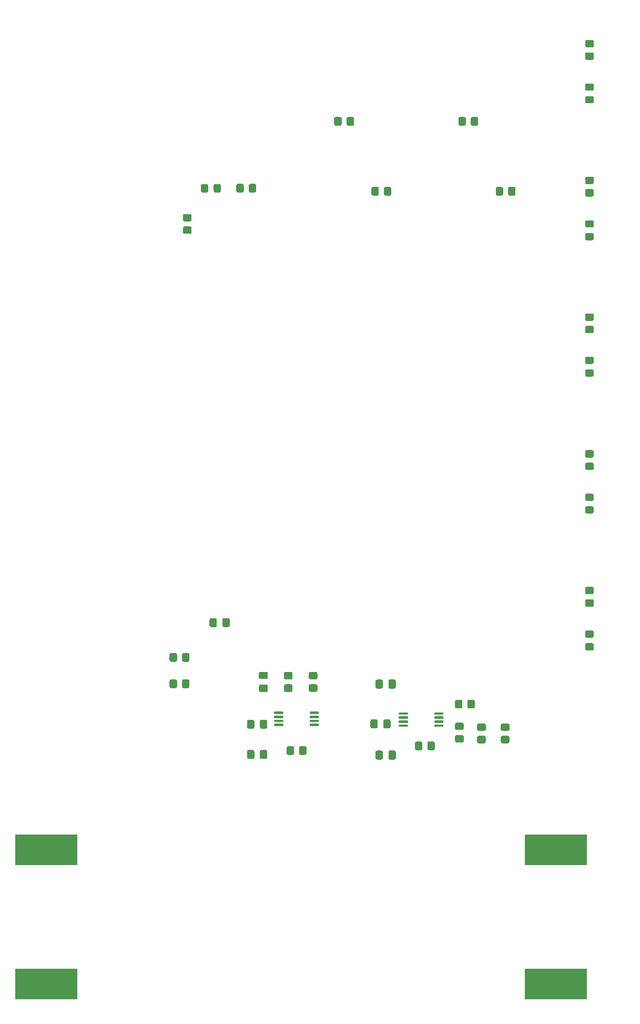
<source format=gbr>
G04 #@! TF.GenerationSoftware,KiCad,Pcbnew,(5.1.7)-1*
G04 #@! TF.CreationDate,2022-01-29T11:48:53-05:00*
G04 #@! TF.ProjectId,REV2_SPRING_2022,52455632-5f53-4505-9249-4e475f323032,rev?*
G04 #@! TF.SameCoordinates,Original*
G04 #@! TF.FileFunction,Paste,Top*
G04 #@! TF.FilePolarity,Positive*
%FSLAX46Y46*%
G04 Gerber Fmt 4.6, Leading zero omitted, Abs format (unit mm)*
G04 Created by KiCad (PCBNEW (5.1.7)-1) date 2022-01-29 11:48:53*
%MOMM*%
%LPD*%
G01*
G04 APERTURE LIST*
%ADD10R,10.000000X5.000000*%
G04 APERTURE END LIST*
G36*
G01*
X101662000Y-81819999D02*
X101662000Y-82720001D01*
G75*
G02*
X101412001Y-82970000I-249999J0D01*
G01*
X100761999Y-82970000D01*
G75*
G02*
X100512000Y-82720001I0J249999D01*
G01*
X100512000Y-81819999D01*
G75*
G02*
X100761999Y-81570000I249999J0D01*
G01*
X101412001Y-81570000D01*
G75*
G02*
X101662000Y-81819999I0J-249999D01*
G01*
G37*
G36*
G01*
X99612000Y-81819999D02*
X99612000Y-82720001D01*
G75*
G02*
X99362001Y-82970000I-249999J0D01*
G01*
X98711999Y-82970000D01*
G75*
G02*
X98462000Y-82720001I0J249999D01*
G01*
X98462000Y-81819999D01*
G75*
G02*
X98711999Y-81570000I249999J0D01*
G01*
X99362001Y-81570000D01*
G75*
G02*
X99612000Y-81819999I0J-249999D01*
G01*
G37*
D10*
X73555000Y-210310000D03*
X155555000Y-210310000D03*
X73555000Y-188720000D03*
X155555000Y-188720000D03*
G36*
G01*
X109120000Y-172888000D02*
X109120000Y-173838000D01*
G75*
G02*
X108870000Y-174088000I-250000J0D01*
G01*
X108195000Y-174088000D01*
G75*
G02*
X107945000Y-173838000I0J250000D01*
G01*
X107945000Y-172888000D01*
G75*
G02*
X108195000Y-172638000I250000J0D01*
G01*
X108870000Y-172638000D01*
G75*
G02*
X109120000Y-172888000I0J-250000D01*
G01*
G37*
G36*
G01*
X107045000Y-172888000D02*
X107045000Y-173838000D01*
G75*
G02*
X106795000Y-174088000I-250000J0D01*
G01*
X106120000Y-174088000D01*
G75*
G02*
X105870000Y-173838000I0J250000D01*
G01*
X105870000Y-172888000D01*
G75*
G02*
X106120000Y-172638000I250000J0D01*
G01*
X106795000Y-172638000D01*
G75*
G02*
X107045000Y-172888000I0J-250000D01*
G01*
G37*
G36*
G01*
X108986000Y-161229000D02*
X108036000Y-161229000D01*
G75*
G02*
X107786000Y-160979000I0J250000D01*
G01*
X107786000Y-160304000D01*
G75*
G02*
X108036000Y-160054000I250000J0D01*
G01*
X108986000Y-160054000D01*
G75*
G02*
X109236000Y-160304000I0J-250000D01*
G01*
X109236000Y-160979000D01*
G75*
G02*
X108986000Y-161229000I-250000J0D01*
G01*
G37*
G36*
G01*
X108986000Y-163304000D02*
X108036000Y-163304000D01*
G75*
G02*
X107786000Y-163054000I0J250000D01*
G01*
X107786000Y-162379000D01*
G75*
G02*
X108036000Y-162129000I250000J0D01*
G01*
X108986000Y-162129000D01*
G75*
G02*
X109236000Y-162379000I0J-250000D01*
G01*
X109236000Y-163054000D01*
G75*
G02*
X108986000Y-163304000I-250000J0D01*
G01*
G37*
G36*
G01*
X109125000Y-168025000D02*
X109125000Y-168975000D01*
G75*
G02*
X108875000Y-169225000I-250000J0D01*
G01*
X108200000Y-169225000D01*
G75*
G02*
X107950000Y-168975000I0J250000D01*
G01*
X107950000Y-168025000D01*
G75*
G02*
X108200000Y-167775000I250000J0D01*
G01*
X108875000Y-167775000D01*
G75*
G02*
X109125000Y-168025000I0J-250000D01*
G01*
G37*
G36*
G01*
X107050000Y-168025000D02*
X107050000Y-168975000D01*
G75*
G02*
X106800000Y-169225000I-250000J0D01*
G01*
X106125000Y-169225000D01*
G75*
G02*
X105875000Y-168975000I0J250000D01*
G01*
X105875000Y-168025000D01*
G75*
G02*
X106125000Y-167775000I250000J0D01*
G01*
X106800000Y-167775000D01*
G75*
G02*
X107050000Y-168025000I0J-250000D01*
G01*
G37*
G36*
G01*
X129812500Y-172991500D02*
X129812500Y-173941500D01*
G75*
G02*
X129562500Y-174191500I-250000J0D01*
G01*
X128887500Y-174191500D01*
G75*
G02*
X128637500Y-173941500I0J250000D01*
G01*
X128637500Y-172991500D01*
G75*
G02*
X128887500Y-172741500I250000J0D01*
G01*
X129562500Y-172741500D01*
G75*
G02*
X129812500Y-172991500I0J-250000D01*
G01*
G37*
G36*
G01*
X127737500Y-172991500D02*
X127737500Y-173941500D01*
G75*
G02*
X127487500Y-174191500I-250000J0D01*
G01*
X126812500Y-174191500D01*
G75*
G02*
X126562500Y-173941500I0J250000D01*
G01*
X126562500Y-172991500D01*
G75*
G02*
X126812500Y-172741500I250000J0D01*
G01*
X127487500Y-172741500D01*
G75*
G02*
X127737500Y-172991500I0J-250000D01*
G01*
G37*
G36*
G01*
X127737500Y-161561500D02*
X127737500Y-162511500D01*
G75*
G02*
X127487500Y-162761500I-250000J0D01*
G01*
X126812500Y-162761500D01*
G75*
G02*
X126562500Y-162511500I0J250000D01*
G01*
X126562500Y-161561500D01*
G75*
G02*
X126812500Y-161311500I250000J0D01*
G01*
X127487500Y-161311500D01*
G75*
G02*
X127737500Y-161561500I0J-250000D01*
G01*
G37*
G36*
G01*
X129812500Y-161561500D02*
X129812500Y-162511500D01*
G75*
G02*
X129562500Y-162761500I-250000J0D01*
G01*
X128887500Y-162761500D01*
G75*
G02*
X128637500Y-162511500I0J250000D01*
G01*
X128637500Y-161561500D01*
G75*
G02*
X128887500Y-161311500I250000J0D01*
G01*
X129562500Y-161311500D01*
G75*
G02*
X129812500Y-161561500I0J-250000D01*
G01*
G37*
G36*
G01*
X126912000Y-167975000D02*
X126912000Y-168925000D01*
G75*
G02*
X126662000Y-169175000I-250000J0D01*
G01*
X125987000Y-169175000D01*
G75*
G02*
X125737000Y-168925000I0J250000D01*
G01*
X125737000Y-167975000D01*
G75*
G02*
X125987000Y-167725000I250000J0D01*
G01*
X126662000Y-167725000D01*
G75*
G02*
X126912000Y-167975000I0J-250000D01*
G01*
G37*
G36*
G01*
X128987000Y-167975000D02*
X128987000Y-168925000D01*
G75*
G02*
X128737000Y-169175000I-250000J0D01*
G01*
X128062000Y-169175000D01*
G75*
G02*
X127812000Y-168925000I0J250000D01*
G01*
X127812000Y-167975000D01*
G75*
G02*
X128062000Y-167725000I250000J0D01*
G01*
X128737000Y-167725000D01*
G75*
G02*
X128987000Y-167975000I0J-250000D01*
G01*
G37*
G36*
G01*
X140512001Y-171447000D02*
X139611999Y-171447000D01*
G75*
G02*
X139362000Y-171197001I0J249999D01*
G01*
X139362000Y-170496999D01*
G75*
G02*
X139611999Y-170247000I249999J0D01*
G01*
X140512001Y-170247000D01*
G75*
G02*
X140762000Y-170496999I0J-249999D01*
G01*
X140762000Y-171197001D01*
G75*
G02*
X140512001Y-171447000I-249999J0D01*
G01*
G37*
G36*
G01*
X140512001Y-169447000D02*
X139611999Y-169447000D01*
G75*
G02*
X139362000Y-169197001I0J249999D01*
G01*
X139362000Y-168496999D01*
G75*
G02*
X139611999Y-168247000I249999J0D01*
G01*
X140512001Y-168247000D01*
G75*
G02*
X140762000Y-168496999I0J-249999D01*
G01*
X140762000Y-169197001D01*
G75*
G02*
X140512001Y-169447000I-249999J0D01*
G01*
G37*
G36*
G01*
X143167999Y-170374000D02*
X144068001Y-170374000D01*
G75*
G02*
X144318000Y-170623999I0J-249999D01*
G01*
X144318000Y-171324001D01*
G75*
G02*
X144068001Y-171574000I-249999J0D01*
G01*
X143167999Y-171574000D01*
G75*
G02*
X142918000Y-171324001I0J249999D01*
G01*
X142918000Y-170623999D01*
G75*
G02*
X143167999Y-170374000I249999J0D01*
G01*
G37*
G36*
G01*
X143167999Y-168374000D02*
X144068001Y-168374000D01*
G75*
G02*
X144318000Y-168623999I0J-249999D01*
G01*
X144318000Y-169324001D01*
G75*
G02*
X144068001Y-169574000I-249999J0D01*
G01*
X143167999Y-169574000D01*
G75*
G02*
X142918000Y-169324001I0J249999D01*
G01*
X142918000Y-168623999D01*
G75*
G02*
X143167999Y-168374000I249999J0D01*
G01*
G37*
G36*
G01*
X147100000Y-82299999D02*
X147100000Y-83200001D01*
G75*
G02*
X146850001Y-83450000I-249999J0D01*
G01*
X146149999Y-83450000D01*
G75*
G02*
X145900000Y-83200001I0J249999D01*
G01*
X145900000Y-82299999D01*
G75*
G02*
X146149999Y-82050000I249999J0D01*
G01*
X146850001Y-82050000D01*
G75*
G02*
X147100000Y-82299999I0J-249999D01*
G01*
G37*
G36*
G01*
X149100000Y-82299999D02*
X149100000Y-83200001D01*
G75*
G02*
X148850001Y-83450000I-249999J0D01*
G01*
X148149999Y-83450000D01*
G75*
G02*
X147900000Y-83200001I0J249999D01*
G01*
X147900000Y-82299999D01*
G75*
G02*
X148149999Y-82050000I249999J0D01*
G01*
X148850001Y-82050000D01*
G75*
G02*
X149100000Y-82299999I0J-249999D01*
G01*
G37*
G36*
G01*
X116049999Y-162079000D02*
X116950001Y-162079000D01*
G75*
G02*
X117200000Y-162328999I0J-249999D01*
G01*
X117200000Y-163029001D01*
G75*
G02*
X116950001Y-163279000I-249999J0D01*
G01*
X116049999Y-163279000D01*
G75*
G02*
X115800000Y-163029001I0J249999D01*
G01*
X115800000Y-162328999D01*
G75*
G02*
X116049999Y-162079000I249999J0D01*
G01*
G37*
G36*
G01*
X116049999Y-160079000D02*
X116950001Y-160079000D01*
G75*
G02*
X117200000Y-160328999I0J-249999D01*
G01*
X117200000Y-161029001D01*
G75*
G02*
X116950001Y-161279000I-249999J0D01*
G01*
X116049999Y-161279000D01*
G75*
G02*
X115800000Y-161029001I0J249999D01*
G01*
X115800000Y-160328999D01*
G75*
G02*
X116049999Y-160079000I249999J0D01*
G01*
G37*
G36*
G01*
X112245000Y-173178001D02*
X112245000Y-172277999D01*
G75*
G02*
X112494999Y-172028000I249999J0D01*
G01*
X113195001Y-172028000D01*
G75*
G02*
X113445000Y-172277999I0J-249999D01*
G01*
X113445000Y-173178001D01*
G75*
G02*
X113195001Y-173428000I-249999J0D01*
G01*
X112494999Y-173428000D01*
G75*
G02*
X112245000Y-173178001I0J249999D01*
G01*
G37*
G36*
G01*
X114245000Y-173178001D02*
X114245000Y-172277999D01*
G75*
G02*
X114494999Y-172028000I249999J0D01*
G01*
X115195001Y-172028000D01*
G75*
G02*
X115445000Y-172277999I0J-249999D01*
G01*
X115445000Y-173178001D01*
G75*
G02*
X115195001Y-173428000I-249999J0D01*
G01*
X114494999Y-173428000D01*
G75*
G02*
X114245000Y-173178001I0J249999D01*
G01*
G37*
G36*
G01*
X142551000Y-164824999D02*
X142551000Y-165725001D01*
G75*
G02*
X142301001Y-165975000I-249999J0D01*
G01*
X141600999Y-165975000D01*
G75*
G02*
X141351000Y-165725001I0J249999D01*
G01*
X141351000Y-164824999D01*
G75*
G02*
X141600999Y-164575000I249999J0D01*
G01*
X142301001Y-164575000D01*
G75*
G02*
X142551000Y-164824999I0J-249999D01*
G01*
G37*
G36*
G01*
X140551000Y-164824999D02*
X140551000Y-165725001D01*
G75*
G02*
X140301001Y-165975000I-249999J0D01*
G01*
X139600999Y-165975000D01*
G75*
G02*
X139351000Y-165725001I0J249999D01*
G01*
X139351000Y-164824999D01*
G75*
G02*
X139600999Y-164575000I249999J0D01*
G01*
X140301001Y-164575000D01*
G75*
G02*
X140551000Y-164824999I0J-249999D01*
G01*
G37*
G36*
G01*
X132900000Y-172450001D02*
X132900000Y-171549999D01*
G75*
G02*
X133149999Y-171300000I249999J0D01*
G01*
X133850001Y-171300000D01*
G75*
G02*
X134100000Y-171549999I0J-249999D01*
G01*
X134100000Y-172450001D01*
G75*
G02*
X133850001Y-172700000I-249999J0D01*
G01*
X133149999Y-172700000D01*
G75*
G02*
X132900000Y-172450001I0J249999D01*
G01*
G37*
G36*
G01*
X134900000Y-172450001D02*
X134900000Y-171549999D01*
G75*
G02*
X135149999Y-171300000I249999J0D01*
G01*
X135850001Y-171300000D01*
G75*
G02*
X136100000Y-171549999I0J-249999D01*
G01*
X136100000Y-172450001D01*
G75*
G02*
X135850001Y-172700000I-249999J0D01*
G01*
X135149999Y-172700000D01*
G75*
G02*
X134900000Y-172450001I0J249999D01*
G01*
G37*
G36*
G01*
X160549999Y-133450000D02*
X161450001Y-133450000D01*
G75*
G02*
X161700000Y-133699999I0J-249999D01*
G01*
X161700000Y-134350001D01*
G75*
G02*
X161450001Y-134600000I-249999J0D01*
G01*
X160549999Y-134600000D01*
G75*
G02*
X160300000Y-134350001I0J249999D01*
G01*
X160300000Y-133699999D01*
G75*
G02*
X160549999Y-133450000I249999J0D01*
G01*
G37*
G36*
G01*
X160549999Y-131400000D02*
X161450001Y-131400000D01*
G75*
G02*
X161700000Y-131649999I0J-249999D01*
G01*
X161700000Y-132300001D01*
G75*
G02*
X161450001Y-132550000I-249999J0D01*
G01*
X160549999Y-132550000D01*
G75*
G02*
X160300000Y-132300001I0J249999D01*
G01*
X160300000Y-131649999D01*
G75*
G02*
X160549999Y-131400000I249999J0D01*
G01*
G37*
G36*
G01*
X160549999Y-109375000D02*
X161450001Y-109375000D01*
G75*
G02*
X161700000Y-109624999I0J-249999D01*
G01*
X161700000Y-110275001D01*
G75*
G02*
X161450001Y-110525000I-249999J0D01*
G01*
X160549999Y-110525000D01*
G75*
G02*
X160300000Y-110275001I0J249999D01*
G01*
X160300000Y-109624999D01*
G75*
G02*
X160549999Y-109375000I249999J0D01*
G01*
G37*
G36*
G01*
X160549999Y-111425000D02*
X161450001Y-111425000D01*
G75*
G02*
X161700000Y-111674999I0J-249999D01*
G01*
X161700000Y-112325001D01*
G75*
G02*
X161450001Y-112575000I-249999J0D01*
G01*
X160549999Y-112575000D01*
G75*
G02*
X160300000Y-112325001I0J249999D01*
G01*
X160300000Y-111674999D01*
G75*
G02*
X160549999Y-111425000I249999J0D01*
G01*
G37*
G36*
G01*
X160549999Y-87425000D02*
X161450001Y-87425000D01*
G75*
G02*
X161700000Y-87674999I0J-249999D01*
G01*
X161700000Y-88325001D01*
G75*
G02*
X161450001Y-88575000I-249999J0D01*
G01*
X160549999Y-88575000D01*
G75*
G02*
X160300000Y-88325001I0J249999D01*
G01*
X160300000Y-87674999D01*
G75*
G02*
X160549999Y-87425000I249999J0D01*
G01*
G37*
G36*
G01*
X160549999Y-89475000D02*
X161450001Y-89475000D01*
G75*
G02*
X161700000Y-89724999I0J-249999D01*
G01*
X161700000Y-90375001D01*
G75*
G02*
X161450001Y-90625000I-249999J0D01*
G01*
X160549999Y-90625000D01*
G75*
G02*
X160300000Y-90375001I0J249999D01*
G01*
X160300000Y-89724999D01*
G75*
G02*
X160549999Y-89475000I249999J0D01*
G01*
G37*
G36*
G01*
X160549999Y-67450000D02*
X161450001Y-67450000D01*
G75*
G02*
X161700000Y-67699999I0J-249999D01*
G01*
X161700000Y-68350001D01*
G75*
G02*
X161450001Y-68600000I-249999J0D01*
G01*
X160549999Y-68600000D01*
G75*
G02*
X160300000Y-68350001I0J249999D01*
G01*
X160300000Y-67699999D01*
G75*
G02*
X160549999Y-67450000I249999J0D01*
G01*
G37*
G36*
G01*
X160549999Y-65400000D02*
X161450001Y-65400000D01*
G75*
G02*
X161700000Y-65649999I0J-249999D01*
G01*
X161700000Y-66300001D01*
G75*
G02*
X161450001Y-66550000I-249999J0D01*
G01*
X160549999Y-66550000D01*
G75*
G02*
X160300000Y-66300001I0J249999D01*
G01*
X160300000Y-65649999D01*
G75*
G02*
X160549999Y-65400000I249999J0D01*
G01*
G37*
G36*
G01*
X161450001Y-127600000D02*
X160549999Y-127600000D01*
G75*
G02*
X160300000Y-127350001I0J249999D01*
G01*
X160300000Y-126649999D01*
G75*
G02*
X160549999Y-126400000I249999J0D01*
G01*
X161450001Y-126400000D01*
G75*
G02*
X161700000Y-126649999I0J-249999D01*
G01*
X161700000Y-127350001D01*
G75*
G02*
X161450001Y-127600000I-249999J0D01*
G01*
G37*
G36*
G01*
X161450001Y-125600000D02*
X160549999Y-125600000D01*
G75*
G02*
X160300000Y-125350001I0J249999D01*
G01*
X160300000Y-124649999D01*
G75*
G02*
X160549999Y-124400000I249999J0D01*
G01*
X161450001Y-124400000D01*
G75*
G02*
X161700000Y-124649999I0J-249999D01*
G01*
X161700000Y-125350001D01*
G75*
G02*
X161450001Y-125600000I-249999J0D01*
G01*
G37*
G36*
G01*
X161450001Y-103600000D02*
X160549999Y-103600000D01*
G75*
G02*
X160300000Y-103350001I0J249999D01*
G01*
X160300000Y-102649999D01*
G75*
G02*
X160549999Y-102400000I249999J0D01*
G01*
X161450001Y-102400000D01*
G75*
G02*
X161700000Y-102649999I0J-249999D01*
G01*
X161700000Y-103350001D01*
G75*
G02*
X161450001Y-103600000I-249999J0D01*
G01*
G37*
G36*
G01*
X161450001Y-105600000D02*
X160549999Y-105600000D01*
G75*
G02*
X160300000Y-105350001I0J249999D01*
G01*
X160300000Y-104649999D01*
G75*
G02*
X160549999Y-104400000I249999J0D01*
G01*
X161450001Y-104400000D01*
G75*
G02*
X161700000Y-104649999I0J-249999D01*
G01*
X161700000Y-105350001D01*
G75*
G02*
X161450001Y-105600000I-249999J0D01*
G01*
G37*
G36*
G01*
X161450001Y-83600000D02*
X160549999Y-83600000D01*
G75*
G02*
X160300000Y-83350001I0J249999D01*
G01*
X160300000Y-82649999D01*
G75*
G02*
X160549999Y-82400000I249999J0D01*
G01*
X161450001Y-82400000D01*
G75*
G02*
X161700000Y-82649999I0J-249999D01*
G01*
X161700000Y-83350001D01*
G75*
G02*
X161450001Y-83600000I-249999J0D01*
G01*
G37*
G36*
G01*
X161450001Y-81600000D02*
X160549999Y-81600000D01*
G75*
G02*
X160300000Y-81350001I0J249999D01*
G01*
X160300000Y-80649999D01*
G75*
G02*
X160549999Y-80400000I249999J0D01*
G01*
X161450001Y-80400000D01*
G75*
G02*
X161700000Y-80649999I0J-249999D01*
G01*
X161700000Y-81350001D01*
G75*
G02*
X161450001Y-81600000I-249999J0D01*
G01*
G37*
G36*
G01*
X161450001Y-61600000D02*
X160549999Y-61600000D01*
G75*
G02*
X160300000Y-61350001I0J249999D01*
G01*
X160300000Y-60649999D01*
G75*
G02*
X160549999Y-60400000I249999J0D01*
G01*
X161450001Y-60400000D01*
G75*
G02*
X161700000Y-60649999I0J-249999D01*
G01*
X161700000Y-61350001D01*
G75*
G02*
X161450001Y-61600000I-249999J0D01*
G01*
G37*
G36*
G01*
X161450001Y-59600000D02*
X160549999Y-59600000D01*
G75*
G02*
X160300000Y-59350001I0J249999D01*
G01*
X160300000Y-58649999D01*
G75*
G02*
X160549999Y-58400000I249999J0D01*
G01*
X161450001Y-58400000D01*
G75*
G02*
X161700000Y-58649999I0J-249999D01*
G01*
X161700000Y-59350001D01*
G75*
G02*
X161450001Y-59600000I-249999J0D01*
G01*
G37*
G36*
G01*
X106150000Y-82700001D02*
X106150000Y-81799999D01*
G75*
G02*
X106399999Y-81550000I249999J0D01*
G01*
X107100001Y-81550000D01*
G75*
G02*
X107350000Y-81799999I0J-249999D01*
G01*
X107350000Y-82700001D01*
G75*
G02*
X107100001Y-82950000I-249999J0D01*
G01*
X106399999Y-82950000D01*
G75*
G02*
X106150000Y-82700001I0J249999D01*
G01*
G37*
G36*
G01*
X104150000Y-82700001D02*
X104150000Y-81799999D01*
G75*
G02*
X104399999Y-81550000I249999J0D01*
G01*
X105100001Y-81550000D01*
G75*
G02*
X105350000Y-81799999I0J-249999D01*
G01*
X105350000Y-82700001D01*
G75*
G02*
X105100001Y-82950000I-249999J0D01*
G01*
X104399999Y-82950000D01*
G75*
G02*
X104150000Y-82700001I0J249999D01*
G01*
G37*
G36*
G01*
X103087500Y-151676000D02*
X103087500Y-152626000D01*
G75*
G02*
X102837500Y-152876000I-250000J0D01*
G01*
X102162500Y-152876000D01*
G75*
G02*
X101912500Y-152626000I0J250000D01*
G01*
X101912500Y-151676000D01*
G75*
G02*
X102162500Y-151426000I250000J0D01*
G01*
X102837500Y-151426000D01*
G75*
G02*
X103087500Y-151676000I0J-250000D01*
G01*
G37*
G36*
G01*
X101012500Y-151676000D02*
X101012500Y-152626000D01*
G75*
G02*
X100762500Y-152876000I-250000J0D01*
G01*
X100087500Y-152876000D01*
G75*
G02*
X99837500Y-152626000I0J250000D01*
G01*
X99837500Y-151676000D01*
G75*
G02*
X100087500Y-151426000I250000J0D01*
G01*
X100762500Y-151426000D01*
G75*
G02*
X101012500Y-151676000I0J-250000D01*
G01*
G37*
G36*
G01*
X129100000Y-82299999D02*
X129100000Y-83200001D01*
G75*
G02*
X128850001Y-83450000I-249999J0D01*
G01*
X128149999Y-83450000D01*
G75*
G02*
X127900000Y-83200001I0J249999D01*
G01*
X127900000Y-82299999D01*
G75*
G02*
X128149999Y-82050000I249999J0D01*
G01*
X128850001Y-82050000D01*
G75*
G02*
X129100000Y-82299999I0J-249999D01*
G01*
G37*
G36*
G01*
X127100000Y-82299999D02*
X127100000Y-83200001D01*
G75*
G02*
X126850001Y-83450000I-249999J0D01*
G01*
X126149999Y-83450000D01*
G75*
G02*
X125900000Y-83200001I0J249999D01*
G01*
X125900000Y-82299999D01*
G75*
G02*
X126149999Y-82050000I249999J0D01*
G01*
X126850001Y-82050000D01*
G75*
G02*
X127100000Y-82299999I0J-249999D01*
G01*
G37*
G36*
G01*
X117445000Y-168523000D02*
X117445000Y-168723000D01*
G75*
G02*
X117345000Y-168823000I-100000J0D01*
G01*
X116070000Y-168823000D01*
G75*
G02*
X115970000Y-168723000I0J100000D01*
G01*
X115970000Y-168523000D01*
G75*
G02*
X116070000Y-168423000I100000J0D01*
G01*
X117345000Y-168423000D01*
G75*
G02*
X117445000Y-168523000I0J-100000D01*
G01*
G37*
G36*
G01*
X117445000Y-167873000D02*
X117445000Y-168073000D01*
G75*
G02*
X117345000Y-168173000I-100000J0D01*
G01*
X116070000Y-168173000D01*
G75*
G02*
X115970000Y-168073000I0J100000D01*
G01*
X115970000Y-167873000D01*
G75*
G02*
X116070000Y-167773000I100000J0D01*
G01*
X117345000Y-167773000D01*
G75*
G02*
X117445000Y-167873000I0J-100000D01*
G01*
G37*
G36*
G01*
X117445000Y-167223000D02*
X117445000Y-167423000D01*
G75*
G02*
X117345000Y-167523000I-100000J0D01*
G01*
X116070000Y-167523000D01*
G75*
G02*
X115970000Y-167423000I0J100000D01*
G01*
X115970000Y-167223000D01*
G75*
G02*
X116070000Y-167123000I100000J0D01*
G01*
X117345000Y-167123000D01*
G75*
G02*
X117445000Y-167223000I0J-100000D01*
G01*
G37*
G36*
G01*
X117445000Y-166573000D02*
X117445000Y-166773000D01*
G75*
G02*
X117345000Y-166873000I-100000J0D01*
G01*
X116070000Y-166873000D01*
G75*
G02*
X115970000Y-166773000I0J100000D01*
G01*
X115970000Y-166573000D01*
G75*
G02*
X116070000Y-166473000I100000J0D01*
G01*
X117345000Y-166473000D01*
G75*
G02*
X117445000Y-166573000I0J-100000D01*
G01*
G37*
G36*
G01*
X111720000Y-166573000D02*
X111720000Y-166773000D01*
G75*
G02*
X111620000Y-166873000I-100000J0D01*
G01*
X110345000Y-166873000D01*
G75*
G02*
X110245000Y-166773000I0J100000D01*
G01*
X110245000Y-166573000D01*
G75*
G02*
X110345000Y-166473000I100000J0D01*
G01*
X111620000Y-166473000D01*
G75*
G02*
X111720000Y-166573000I0J-100000D01*
G01*
G37*
G36*
G01*
X111720000Y-167223000D02*
X111720000Y-167423000D01*
G75*
G02*
X111620000Y-167523000I-100000J0D01*
G01*
X110345000Y-167523000D01*
G75*
G02*
X110245000Y-167423000I0J100000D01*
G01*
X110245000Y-167223000D01*
G75*
G02*
X110345000Y-167123000I100000J0D01*
G01*
X111620000Y-167123000D01*
G75*
G02*
X111720000Y-167223000I0J-100000D01*
G01*
G37*
G36*
G01*
X111720000Y-167873000D02*
X111720000Y-168073000D01*
G75*
G02*
X111620000Y-168173000I-100000J0D01*
G01*
X110345000Y-168173000D01*
G75*
G02*
X110245000Y-168073000I0J100000D01*
G01*
X110245000Y-167873000D01*
G75*
G02*
X110345000Y-167773000I100000J0D01*
G01*
X111620000Y-167773000D01*
G75*
G02*
X111720000Y-167873000I0J-100000D01*
G01*
G37*
G36*
G01*
X111720000Y-168523000D02*
X111720000Y-168723000D01*
G75*
G02*
X111620000Y-168823000I-100000J0D01*
G01*
X110345000Y-168823000D01*
G75*
G02*
X110245000Y-168723000I0J100000D01*
G01*
X110245000Y-168523000D01*
G75*
G02*
X110345000Y-168423000I100000J0D01*
G01*
X111620000Y-168423000D01*
G75*
G02*
X111720000Y-168523000I0J-100000D01*
G01*
G37*
G36*
G01*
X131777500Y-168626500D02*
X131777500Y-168826500D01*
G75*
G02*
X131677500Y-168926500I-100000J0D01*
G01*
X130402500Y-168926500D01*
G75*
G02*
X130302500Y-168826500I0J100000D01*
G01*
X130302500Y-168626500D01*
G75*
G02*
X130402500Y-168526500I100000J0D01*
G01*
X131677500Y-168526500D01*
G75*
G02*
X131777500Y-168626500I0J-100000D01*
G01*
G37*
G36*
G01*
X131777500Y-167976500D02*
X131777500Y-168176500D01*
G75*
G02*
X131677500Y-168276500I-100000J0D01*
G01*
X130402500Y-168276500D01*
G75*
G02*
X130302500Y-168176500I0J100000D01*
G01*
X130302500Y-167976500D01*
G75*
G02*
X130402500Y-167876500I100000J0D01*
G01*
X131677500Y-167876500D01*
G75*
G02*
X131777500Y-167976500I0J-100000D01*
G01*
G37*
G36*
G01*
X131777500Y-167326500D02*
X131777500Y-167526500D01*
G75*
G02*
X131677500Y-167626500I-100000J0D01*
G01*
X130402500Y-167626500D01*
G75*
G02*
X130302500Y-167526500I0J100000D01*
G01*
X130302500Y-167326500D01*
G75*
G02*
X130402500Y-167226500I100000J0D01*
G01*
X131677500Y-167226500D01*
G75*
G02*
X131777500Y-167326500I0J-100000D01*
G01*
G37*
G36*
G01*
X131777500Y-166676500D02*
X131777500Y-166876500D01*
G75*
G02*
X131677500Y-166976500I-100000J0D01*
G01*
X130402500Y-166976500D01*
G75*
G02*
X130302500Y-166876500I0J100000D01*
G01*
X130302500Y-166676500D01*
G75*
G02*
X130402500Y-166576500I100000J0D01*
G01*
X131677500Y-166576500D01*
G75*
G02*
X131777500Y-166676500I0J-100000D01*
G01*
G37*
G36*
G01*
X137502500Y-166676500D02*
X137502500Y-166876500D01*
G75*
G02*
X137402500Y-166976500I-100000J0D01*
G01*
X136127500Y-166976500D01*
G75*
G02*
X136027500Y-166876500I0J100000D01*
G01*
X136027500Y-166676500D01*
G75*
G02*
X136127500Y-166576500I100000J0D01*
G01*
X137402500Y-166576500D01*
G75*
G02*
X137502500Y-166676500I0J-100000D01*
G01*
G37*
G36*
G01*
X137502500Y-167326500D02*
X137502500Y-167526500D01*
G75*
G02*
X137402500Y-167626500I-100000J0D01*
G01*
X136127500Y-167626500D01*
G75*
G02*
X136027500Y-167526500I0J100000D01*
G01*
X136027500Y-167326500D01*
G75*
G02*
X136127500Y-167226500I100000J0D01*
G01*
X137402500Y-167226500D01*
G75*
G02*
X137502500Y-167326500I0J-100000D01*
G01*
G37*
G36*
G01*
X137502500Y-167976500D02*
X137502500Y-168176500D01*
G75*
G02*
X137402500Y-168276500I-100000J0D01*
G01*
X136127500Y-168276500D01*
G75*
G02*
X136027500Y-168176500I0J100000D01*
G01*
X136027500Y-167976500D01*
G75*
G02*
X136127500Y-167876500I100000J0D01*
G01*
X137402500Y-167876500D01*
G75*
G02*
X137502500Y-167976500I0J-100000D01*
G01*
G37*
G36*
G01*
X137502500Y-168626500D02*
X137502500Y-168826500D01*
G75*
G02*
X137402500Y-168926500I-100000J0D01*
G01*
X136127500Y-168926500D01*
G75*
G02*
X136027500Y-168826500I0J100000D01*
G01*
X136027500Y-168626500D01*
G75*
G02*
X136127500Y-168526500I100000J0D01*
G01*
X137402500Y-168526500D01*
G75*
G02*
X137502500Y-168626500I0J-100000D01*
G01*
G37*
G36*
G01*
X112950001Y-161279000D02*
X112049999Y-161279000D01*
G75*
G02*
X111800000Y-161029001I0J249999D01*
G01*
X111800000Y-160328999D01*
G75*
G02*
X112049999Y-160079000I249999J0D01*
G01*
X112950001Y-160079000D01*
G75*
G02*
X113200000Y-160328999I0J-249999D01*
G01*
X113200000Y-161029001D01*
G75*
G02*
X112950001Y-161279000I-249999J0D01*
G01*
G37*
G36*
G01*
X112950001Y-163279000D02*
X112049999Y-163279000D01*
G75*
G02*
X111800000Y-163029001I0J249999D01*
G01*
X111800000Y-162328999D01*
G75*
G02*
X112049999Y-162079000I249999J0D01*
G01*
X112950001Y-162079000D01*
G75*
G02*
X113200000Y-162328999I0J-249999D01*
G01*
X113200000Y-163029001D01*
G75*
G02*
X112950001Y-163279000I-249999J0D01*
G01*
G37*
G36*
G01*
X147878001Y-171574000D02*
X146977999Y-171574000D01*
G75*
G02*
X146728000Y-171324001I0J249999D01*
G01*
X146728000Y-170623999D01*
G75*
G02*
X146977999Y-170374000I249999J0D01*
G01*
X147878001Y-170374000D01*
G75*
G02*
X148128000Y-170623999I0J-249999D01*
G01*
X148128000Y-171324001D01*
G75*
G02*
X147878001Y-171574000I-249999J0D01*
G01*
G37*
G36*
G01*
X147878001Y-169574000D02*
X146977999Y-169574000D01*
G75*
G02*
X146728000Y-169324001I0J249999D01*
G01*
X146728000Y-168623999D01*
G75*
G02*
X146977999Y-168374000I249999J0D01*
G01*
X147878001Y-168374000D01*
G75*
G02*
X148128000Y-168623999I0J-249999D01*
G01*
X148128000Y-169324001D01*
G75*
G02*
X147878001Y-169574000I-249999J0D01*
G01*
G37*
G36*
G01*
X96700001Y-87600000D02*
X95799999Y-87600000D01*
G75*
G02*
X95550000Y-87350001I0J249999D01*
G01*
X95550000Y-86649999D01*
G75*
G02*
X95799999Y-86400000I249999J0D01*
G01*
X96700001Y-86400000D01*
G75*
G02*
X96950000Y-86649999I0J-249999D01*
G01*
X96950000Y-87350001D01*
G75*
G02*
X96700001Y-87600000I-249999J0D01*
G01*
G37*
G36*
G01*
X96700001Y-89600000D02*
X95799999Y-89600000D01*
G75*
G02*
X95550000Y-89350001I0J249999D01*
G01*
X95550000Y-88649999D01*
G75*
G02*
X95799999Y-88400000I249999J0D01*
G01*
X96700001Y-88400000D01*
G75*
G02*
X96950000Y-88649999I0J-249999D01*
G01*
X96950000Y-89350001D01*
G75*
G02*
X96700001Y-89600000I-249999J0D01*
G01*
G37*
G36*
G01*
X141900000Y-71950001D02*
X141900000Y-71049999D01*
G75*
G02*
X142149999Y-70800000I249999J0D01*
G01*
X142850001Y-70800000D01*
G75*
G02*
X143100000Y-71049999I0J-249999D01*
G01*
X143100000Y-71950001D01*
G75*
G02*
X142850001Y-72200000I-249999J0D01*
G01*
X142149999Y-72200000D01*
G75*
G02*
X141900000Y-71950001I0J249999D01*
G01*
G37*
G36*
G01*
X139900000Y-71950001D02*
X139900000Y-71049999D01*
G75*
G02*
X140149999Y-70800000I249999J0D01*
G01*
X140850001Y-70800000D01*
G75*
G02*
X141100000Y-71049999I0J-249999D01*
G01*
X141100000Y-71950001D01*
G75*
G02*
X140850001Y-72200000I-249999J0D01*
G01*
X140149999Y-72200000D01*
G75*
G02*
X139900000Y-71950001I0J249999D01*
G01*
G37*
G36*
G01*
X119900000Y-71950001D02*
X119900000Y-71049999D01*
G75*
G02*
X120149999Y-70800000I249999J0D01*
G01*
X120850001Y-70800000D01*
G75*
G02*
X121100000Y-71049999I0J-249999D01*
G01*
X121100000Y-71950001D01*
G75*
G02*
X120850001Y-72200000I-249999J0D01*
G01*
X120149999Y-72200000D01*
G75*
G02*
X119900000Y-71950001I0J249999D01*
G01*
G37*
G36*
G01*
X121900000Y-71950001D02*
X121900000Y-71049999D01*
G75*
G02*
X122149999Y-70800000I249999J0D01*
G01*
X122850001Y-70800000D01*
G75*
G02*
X123100000Y-71049999I0J-249999D01*
G01*
X123100000Y-71950001D01*
G75*
G02*
X122850001Y-72200000I-249999J0D01*
G01*
X122149999Y-72200000D01*
G75*
G02*
X121900000Y-71950001I0J249999D01*
G01*
G37*
G36*
G01*
X160549999Y-153425000D02*
X161450001Y-153425000D01*
G75*
G02*
X161700000Y-153674999I0J-249999D01*
G01*
X161700000Y-154325001D01*
G75*
G02*
X161450001Y-154575000I-249999J0D01*
G01*
X160549999Y-154575000D01*
G75*
G02*
X160300000Y-154325001I0J249999D01*
G01*
X160300000Y-153674999D01*
G75*
G02*
X160549999Y-153425000I249999J0D01*
G01*
G37*
G36*
G01*
X160549999Y-155475000D02*
X161450001Y-155475000D01*
G75*
G02*
X161700000Y-155724999I0J-249999D01*
G01*
X161700000Y-156375001D01*
G75*
G02*
X161450001Y-156625000I-249999J0D01*
G01*
X160549999Y-156625000D01*
G75*
G02*
X160300000Y-156375001I0J249999D01*
G01*
X160300000Y-155724999D01*
G75*
G02*
X160549999Y-155475000I249999J0D01*
G01*
G37*
G36*
G01*
X161450001Y-149600000D02*
X160549999Y-149600000D01*
G75*
G02*
X160300000Y-149350001I0J249999D01*
G01*
X160300000Y-148649999D01*
G75*
G02*
X160549999Y-148400000I249999J0D01*
G01*
X161450001Y-148400000D01*
G75*
G02*
X161700000Y-148649999I0J-249999D01*
G01*
X161700000Y-149350001D01*
G75*
G02*
X161450001Y-149600000I-249999J0D01*
G01*
G37*
G36*
G01*
X161450001Y-147600000D02*
X160549999Y-147600000D01*
G75*
G02*
X160300000Y-147350001I0J249999D01*
G01*
X160300000Y-146649999D01*
G75*
G02*
X160549999Y-146400000I249999J0D01*
G01*
X161450001Y-146400000D01*
G75*
G02*
X161700000Y-146649999I0J-249999D01*
G01*
X161700000Y-147350001D01*
G75*
G02*
X161450001Y-147600000I-249999J0D01*
G01*
G37*
G36*
G01*
X95400000Y-162450001D02*
X95400000Y-161549999D01*
G75*
G02*
X95649999Y-161300000I249999J0D01*
G01*
X96350001Y-161300000D01*
G75*
G02*
X96600000Y-161549999I0J-249999D01*
G01*
X96600000Y-162450001D01*
G75*
G02*
X96350001Y-162700000I-249999J0D01*
G01*
X95649999Y-162700000D01*
G75*
G02*
X95400000Y-162450001I0J249999D01*
G01*
G37*
G36*
G01*
X93400000Y-162450001D02*
X93400000Y-161549999D01*
G75*
G02*
X93649999Y-161300000I249999J0D01*
G01*
X94350001Y-161300000D01*
G75*
G02*
X94600000Y-161549999I0J-249999D01*
G01*
X94600000Y-162450001D01*
G75*
G02*
X94350001Y-162700000I-249999J0D01*
G01*
X93649999Y-162700000D01*
G75*
G02*
X93400000Y-162450001I0J249999D01*
G01*
G37*
G36*
G01*
X93400000Y-158200001D02*
X93400000Y-157299999D01*
G75*
G02*
X93649999Y-157050000I249999J0D01*
G01*
X94350001Y-157050000D01*
G75*
G02*
X94600000Y-157299999I0J-249999D01*
G01*
X94600000Y-158200001D01*
G75*
G02*
X94350001Y-158450000I-249999J0D01*
G01*
X93649999Y-158450000D01*
G75*
G02*
X93400000Y-158200001I0J249999D01*
G01*
G37*
G36*
G01*
X95400000Y-158200001D02*
X95400000Y-157299999D01*
G75*
G02*
X95649999Y-157050000I249999J0D01*
G01*
X96350001Y-157050000D01*
G75*
G02*
X96600000Y-157299999I0J-249999D01*
G01*
X96600000Y-158200001D01*
G75*
G02*
X96350001Y-158450000I-249999J0D01*
G01*
X95649999Y-158450000D01*
G75*
G02*
X95400000Y-158200001I0J249999D01*
G01*
G37*
M02*

</source>
